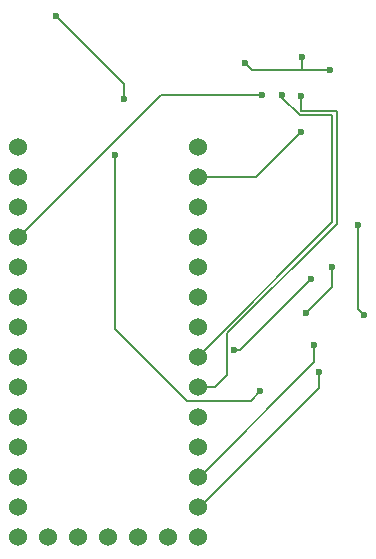
<source format=gbr>
%TF.GenerationSoftware,KiCad,Pcbnew,9.0.0*%
%TF.CreationDate,2025-04-24T22:16:00-04:00*%
%TF.ProjectId,SeniorProject,53656e69-6f72-4507-926f-6a6563742e6b,rev?*%
%TF.SameCoordinates,Original*%
%TF.FileFunction,Copper,L2,Bot*%
%TF.FilePolarity,Positive*%
%FSLAX46Y46*%
G04 Gerber Fmt 4.6, Leading zero omitted, Abs format (unit mm)*
G04 Created by KiCad (PCBNEW 9.0.0) date 2025-04-24 22:16:00*
%MOMM*%
%LPD*%
G01*
G04 APERTURE LIST*
%TA.AperFunction,ComponentPad*%
%ADD10C,1.530000*%
%TD*%
%TA.AperFunction,ViaPad*%
%ADD11C,0.600000*%
%TD*%
%TA.AperFunction,Conductor*%
%ADD12C,0.127000*%
%TD*%
G04 APERTURE END LIST*
D10*
%TO.P,U1,0,0*%
%TO.N,unconnected-(U1-Pad0)*%
X112000000Y-82820000D03*
%TO.P,U1,1,1*%
%TO.N,unconnected-(U1-Pad1)*%
X112000000Y-85360000D03*
%TO.P,U1,2,2*%
%TO.N,IRQ*%
X112000000Y-87900000D03*
%TO.P,U1,3,3*%
%TO.N,unconnected-(U1-Pad3)*%
X112000000Y-90440000D03*
%TO.P,U1,3.3V_1,3.3V_1*%
%TO.N,unconnected-(U1-Pad3.3V_1)*%
X117080000Y-113300000D03*
%TO.P,U1,3.3V_2,3.3V_2*%
%TO.N,unconnected-(U1-Pad3.3V_2)*%
X127240000Y-85360000D03*
%TO.P,U1,4,4*%
%TO.N,unconnected-(U1-Pad4)*%
X112000000Y-92980000D03*
%TO.P,U1,5,5*%
%TO.N,Motor*%
X112000000Y-95520000D03*
%TO.P,U1,6,6*%
%TO.N,unconnected-(U1-Pad6)*%
X112000000Y-98060000D03*
%TO.P,U1,7,7*%
%TO.N,unconnected-(U1-Pad7)*%
X112000000Y-100600000D03*
%TO.P,U1,8,8*%
%TO.N,unconnected-(U1-Pad8)*%
X112000000Y-103140000D03*
%TO.P,U1,9,9*%
%TO.N,unconnected-(U1-Pad9)*%
X112000000Y-105680000D03*
%TO.P,U1,10,10*%
%TO.N,unconnected-(U1-Pad10)*%
X112000000Y-108220000D03*
%TO.P,U1,11,11*%
%TO.N,unconnected-(U1-Pad11)*%
X112000000Y-110760000D03*
%TO.P,U1,12,12*%
%TO.N,unconnected-(U1-Pad12)*%
X112000000Y-113300000D03*
%TO.P,U1,13,13*%
%TO.N,unconnected-(U1-Pad13)*%
X127240000Y-113300000D03*
%TO.P,U1,14,14*%
%TO.N,PD_SCK*%
X127240000Y-110760000D03*
%TO.P,U1,15,15*%
%TO.N,DOUT*%
X127240000Y-108220000D03*
%TO.P,U1,16,16*%
%TO.N,unconnected-(U1-Pad16)*%
X127240000Y-105680000D03*
%TO.P,U1,17,17*%
%TO.N,unconnected-(U1-Pad17)*%
X127240000Y-103140000D03*
%TO.P,U1,18,18*%
%TO.N,SDA*%
X127240000Y-100600000D03*
%TO.P,U1,19,19*%
%TO.N,SCL*%
X127240000Y-98060000D03*
%TO.P,U1,20,20*%
%TO.N,unconnected-(U1-Pad20)*%
X127240000Y-95520000D03*
%TO.P,U1,21,21*%
%TO.N,unconnected-(U1-Pad21)*%
X127240000Y-92980000D03*
%TO.P,U1,22,22*%
%TO.N,unconnected-(U1-Pad22)*%
X127240000Y-90440000D03*
%TO.P,U1,23,23*%
%TO.N,unconnected-(U1-Pad23)*%
X127240000Y-87900000D03*
%TO.P,U1,G1,G1*%
%TO.N,Motor*%
X112000000Y-80280000D03*
%TO.P,U1,G2,G2*%
%TO.N,GND*%
X119620000Y-113300000D03*
%TO.P,U1,G3,G3*%
%TO.N,3V3*%
X127240000Y-82820000D03*
%TO.P,U1,ON-OFF,ON/OFF*%
%TO.N,unconnected-(U1-ON{slash}OFF-PadON-OFF)*%
X124700000Y-113300000D03*
%TO.P,U1,PGM,PROGRAM*%
%TO.N,unconnected-(U1-PROGRAM-PadPGM)*%
X122160000Y-113300000D03*
%TO.P,U1,VBAT,VBAT*%
%TO.N,unconnected-(U1-PadVBAT)*%
X114540000Y-113300000D03*
%TO.P,U1,VIN,VIN*%
%TO.N,5V*%
X127240000Y-80280000D03*
%TD*%
D11*
%TO.N,GND*%
X141300000Y-94500000D03*
X140800000Y-86900000D03*
%TO.N,E+*%
X138600000Y-90500000D03*
%TO.N,PD_SCK*%
X137500000Y-99400000D03*
%TO.N,DOUT*%
X137100000Y-97100000D03*
%TO.N,A+*%
X132500000Y-101000000D03*
X120250000Y-81000000D03*
%TO.N,GND*%
X121000000Y-76250000D03*
X115250000Y-69250000D03*
%TO.N,5V*%
X130263500Y-97500000D03*
%TO.N,E+*%
X136400000Y-94400000D03*
%TO.N,5V*%
X136800000Y-91500000D03*
%TO.N,IRQ*%
X132650000Y-75900000D03*
%TO.N,SDA*%
X135950000Y-76000000D03*
%TO.N,SCL*%
X134350000Y-75900000D03*
%TO.N,GND*%
X131250000Y-73200000D03*
X138450000Y-73800000D03*
X136050000Y-72700000D03*
%TO.N,3V3*%
X135950000Y-79000000D03*
%TD*%
D12*
%TO.N,GND*%
X140800000Y-86900000D02*
X140800000Y-94000000D01*
X140800000Y-94000000D02*
X141300000Y-94500000D01*
%TO.N,E+*%
X138600000Y-90500000D02*
X138600000Y-92200000D01*
X138600000Y-92200000D02*
X136400000Y-94400000D01*
%TO.N,PD_SCK*%
X137500000Y-100700000D02*
X127300000Y-110900000D01*
X137500000Y-99400000D02*
X137500000Y-100700000D01*
%TO.N,DOUT*%
X137100000Y-98500000D02*
X127300000Y-108300000D01*
X137100000Y-97100000D02*
X137100000Y-98500000D01*
%TO.N,A+*%
X131700000Y-101800000D02*
X132500000Y-101000000D01*
X126331671Y-101800000D02*
X131700000Y-101800000D01*
X120250000Y-95718329D02*
X126331671Y-101800000D01*
X120250000Y-81000000D02*
X120250000Y-95718329D01*
%TO.N,GND*%
X121000000Y-75000000D02*
X115250000Y-69250000D01*
X121000000Y-76250000D02*
X121000000Y-75000000D01*
%TO.N,5V*%
X130263500Y-97500000D02*
X130800000Y-97500000D01*
X130800000Y-97500000D02*
X136800000Y-91500000D01*
%TO.N,IRQ*%
X112100000Y-87900000D02*
X112200000Y-88000000D01*
X124100000Y-75900000D02*
X112100000Y-87900000D01*
X132650000Y-75900000D02*
X124100000Y-75900000D01*
%TO.N,SCL*%
X138600000Y-86700000D02*
X127200000Y-98100000D01*
X138600000Y-77628000D02*
X138600000Y-86700000D01*
X127200000Y-98100000D02*
X127300000Y-98100000D01*
X135840186Y-77628000D02*
X138600000Y-77628000D01*
X134350000Y-76137814D02*
X135840186Y-77628000D01*
X134350000Y-75900000D02*
X134350000Y-76137814D01*
%TO.N,SDA*%
X135976048Y-77300000D02*
X135950000Y-77273952D01*
X139000000Y-86800000D02*
X139000000Y-77300000D01*
X139000000Y-77300000D02*
X135976048Y-77300000D01*
X129700000Y-99600000D02*
X129700000Y-96100000D01*
X129700000Y-96100000D02*
X139000000Y-86800000D01*
X135950000Y-77273952D02*
X135950000Y-76000000D01*
X128700000Y-100600000D02*
X129700000Y-99600000D01*
X127300000Y-100600000D02*
X128700000Y-100600000D01*
%TO.N,3V3*%
X132130000Y-82820000D02*
X135950000Y-79000000D01*
X127240000Y-82820000D02*
X132130000Y-82820000D01*
%TO.N,GND*%
X138450000Y-73800000D02*
X136050000Y-73800000D01*
X131850000Y-73800000D02*
X131250000Y-73200000D01*
X136050000Y-73800000D02*
X131850000Y-73800000D01*
X136050000Y-73800000D02*
X136050000Y-72700000D01*
%TD*%
M02*

</source>
